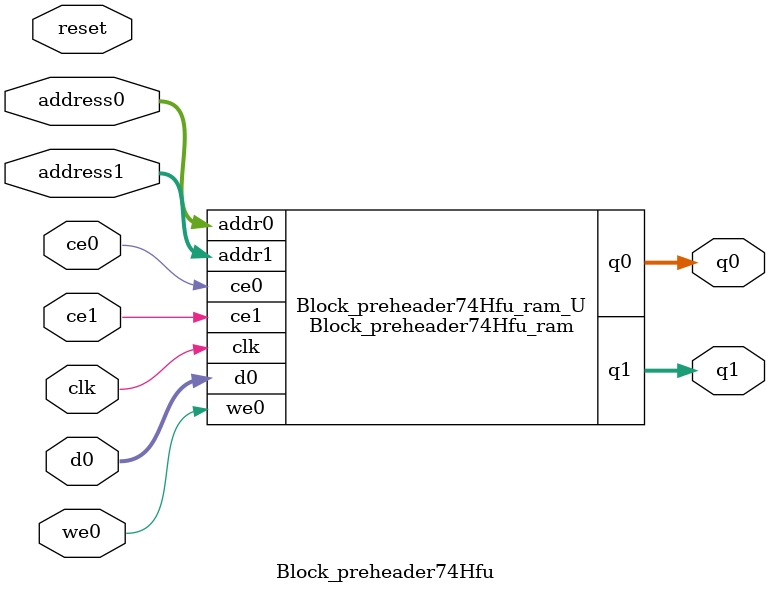
<source format=v>
`timescale 1 ns / 1 ps
module Block_preheader74Hfu_ram (addr0, ce0, d0, we0, q0, addr1, ce1, q1,  clk);

parameter DWIDTH = 5;
parameter AWIDTH = 19;
parameter MEM_SIZE = 409600;

input[AWIDTH-1:0] addr0;
input ce0;
input[DWIDTH-1:0] d0;
input we0;
output reg[DWIDTH-1:0] q0;
input[AWIDTH-1:0] addr1;
input ce1;
output reg[DWIDTH-1:0] q1;
input clk;

(* ram_style = "block" *)reg [DWIDTH-1:0] ram[0:MEM_SIZE-1];




always @(posedge clk)  
begin 
    if (ce0) begin
        if (we0) 
            ram[addr0] <= d0; 
        q0 <= ram[addr0];
    end
end


always @(posedge clk)  
begin 
    if (ce1) begin
        q1 <= ram[addr1];
    end
end


endmodule

`timescale 1 ns / 1 ps
module Block_preheader74Hfu(
    reset,
    clk,
    address0,
    ce0,
    we0,
    d0,
    q0,
    address1,
    ce1,
    q1);

parameter DataWidth = 32'd5;
parameter AddressRange = 32'd409600;
parameter AddressWidth = 32'd19;
input reset;
input clk;
input[AddressWidth - 1:0] address0;
input ce0;
input we0;
input[DataWidth - 1:0] d0;
output[DataWidth - 1:0] q0;
input[AddressWidth - 1:0] address1;
input ce1;
output[DataWidth - 1:0] q1;



Block_preheader74Hfu_ram Block_preheader74Hfu_ram_U(
    .clk( clk ),
    .addr0( address0 ),
    .ce0( ce0 ),
    .we0( we0 ),
    .d0( d0 ),
    .q0( q0 ),
    .addr1( address1 ),
    .ce1( ce1 ),
    .q1( q1 ));

endmodule


</source>
